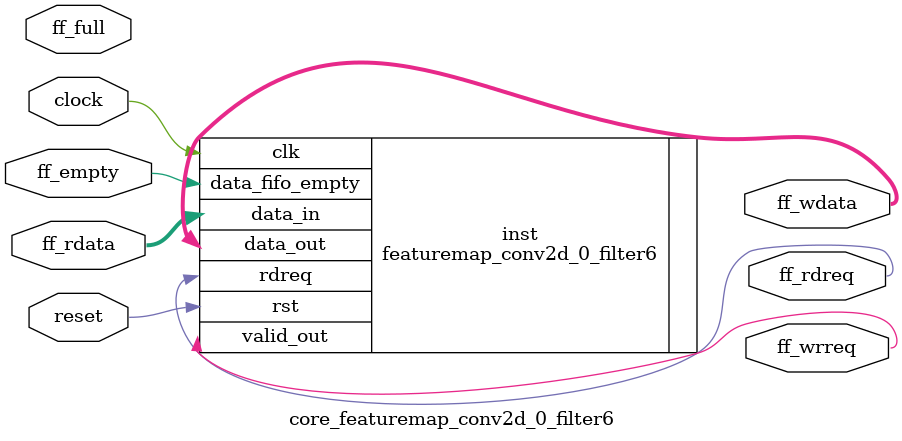
<source format=v>
module core_featuremap_conv2d_0_filter6 (
    clock,
    reset,
    // FIFO READ
    ff_rdata,
    ff_rdreq,
    ff_empty,
    // FIFO WRITE
    ff_wdata,
    ff_wrreq,
    ff_full
);
//
parameter  DWIDTH = 32;
//
input   clock;
input   reset;
// FIFO READ
input [DWIDTH*3-1:0] ff_rdata;
output               ff_rdreq;
input                ff_empty;
// FIFO WRITE
output [DWIDTH-1:0]   ff_wdata;
output                ff_wrreq;
input                 ff_full;
//

featuremap_conv2d_0_filter6 inst(
    .clk(clock),
    .rst(reset), 

    .data_in(ff_rdata),
    .data_fifo_empty(ff_empty),

    .data_out(ff_wdata),
    .valid_out(ff_wrreq),
    .rdreq(ff_rdreq)
);

endmodule
</source>
